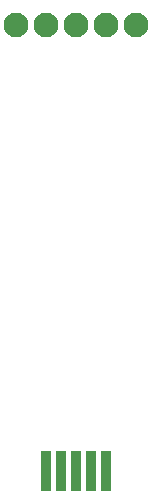
<source format=gbr>
G04 DipTrace 3.2.0.1*
G04 TopMask.gbr*
%MOIN*%
G04 #@! TF.FileFunction,Soldermask,Top*
G04 #@! TF.Part,Single*
%ADD24R,0.037402X0.066929*%
%ADD26C,0.082677*%
%ADD28C,0.082677*%
%FSLAX26Y26*%
G04*
G70*
G90*
G75*
G01*
G04 TopMask*
%LPD*%
D28*
X-205315Y775591D3*
X-105315D3*
X-5315D3*
X94685D3*
D26*
X194685D3*
D24*
X-56299Y-745669D3*
X-6299D3*
X43701D3*
X-56299Y-680315D3*
X-6299D3*
X43701D3*
X-6693Y-745276D3*
X43307D3*
X93307D3*
X-6299Y-680315D3*
X43701D3*
X93701D3*
X-106299Y-745669D3*
X-56299D3*
X-6299D3*
X-106299Y-680315D3*
X-56299D3*
X-6299D3*
M02*

</source>
